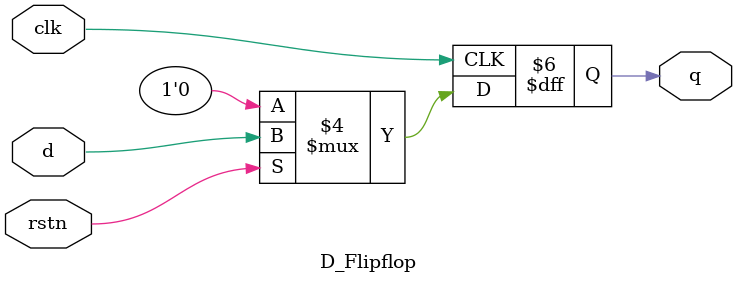
<source format=v>
module D_Flipflop(d,rstn,clk,q);
parameter WIDTH=1;
input [WIDTH-1:0] d;
input rstn,clk;
output reg [WIDTH-1:0] q;
    always @(posedge clk) begin
	    if (~rstn) 
	        q<=0;	
	    else  
	        q<=d;	
    end
endmodule
</source>
